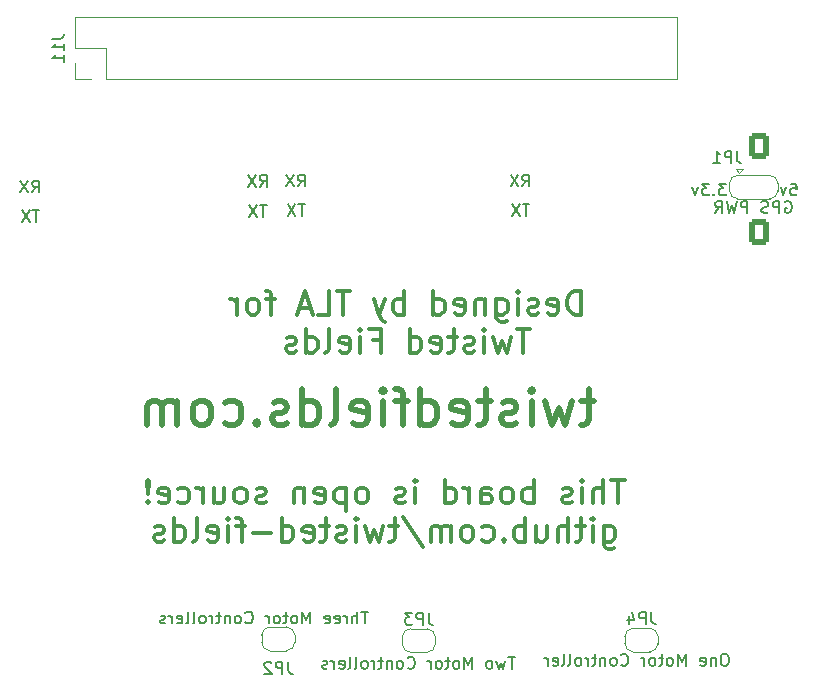
<source format=gbo>
%TF.GenerationSoftware,KiCad,Pcbnew,5.99.0-unknown-47cb7f53fd~143~ubuntu20.04.1*%
%TF.CreationDate,2021-11-23T21:15:48-08:00*%
%TF.ProjectId,acorn-serial,61636f72-6e2d-4736-9572-69616c2e6b69,rev?*%
%TF.SameCoordinates,Original*%
%TF.FileFunction,Legend,Bot*%
%TF.FilePolarity,Positive*%
%FSLAX46Y46*%
G04 Gerber Fmt 4.6, Leading zero omitted, Abs format (unit mm)*
G04 Created by KiCad (PCBNEW 5.99.0-unknown-47cb7f53fd~143~ubuntu20.04.1) date 2021-11-23 21:15:48*
%MOMM*%
%LPD*%
G01*
G04 APERTURE LIST*
G04 Aperture macros list*
%AMRoundRect*
0 Rectangle with rounded corners*
0 $1 Rounding radius*
0 $2 $3 $4 $5 $6 $7 $8 $9 X,Y pos of 4 corners*
0 Add a 4 corners polygon primitive as box body*
4,1,4,$2,$3,$4,$5,$6,$7,$8,$9,$2,$3,0*
0 Add four circle primitives for the rounded corners*
1,1,$1+$1,$2,$3*
1,1,$1+$1,$4,$5*
1,1,$1+$1,$6,$7*
1,1,$1+$1,$8,$9*
0 Add four rect primitives between the rounded corners*
20,1,$1+$1,$2,$3,$4,$5,0*
20,1,$1+$1,$4,$5,$6,$7,0*
20,1,$1+$1,$6,$7,$8,$9,0*
20,1,$1+$1,$8,$9,$2,$3,0*%
%AMFreePoly0*
4,1,22,0.500000,-0.750000,0.000000,-0.750000,0.000000,-0.745033,-0.079941,-0.743568,-0.215256,-0.701293,-0.333266,-0.622738,-0.424486,-0.514219,-0.481581,-0.384460,-0.499164,-0.250000,-0.500000,-0.250000,-0.500000,0.250000,-0.499164,0.250000,-0.499963,0.256109,-0.478152,0.396186,-0.417904,0.524511,-0.324060,0.630769,-0.204165,0.706417,-0.067858,0.745374,0.000000,0.744959,0.000000,0.750000,
0.500000,0.750000,0.500000,-0.750000,0.500000,-0.750000,$1*%
%AMFreePoly1*
4,1,20,0.000000,0.744959,0.073905,0.744508,0.209726,0.703889,0.328688,0.626782,0.421226,0.519385,0.479903,0.390333,0.500000,0.250000,0.500000,-0.250000,0.499851,-0.262216,0.476331,-0.402017,0.414519,-0.529596,0.319384,-0.634700,0.198574,-0.708877,0.061801,-0.746166,0.000000,-0.745033,0.000000,-0.750000,-0.500000,-0.750000,-0.500000,0.750000,0.000000,0.750000,0.000000,0.744959,
0.000000,0.744959,$1*%
%AMFreePoly2*
4,1,22,0.550000,-0.750000,0.000000,-0.750000,0.000000,-0.745033,-0.079941,-0.743568,-0.215256,-0.701293,-0.333266,-0.622738,-0.424486,-0.514219,-0.481581,-0.384460,-0.499164,-0.250000,-0.500000,-0.250000,-0.500000,0.250000,-0.499164,0.250000,-0.499963,0.256109,-0.478152,0.396186,-0.417904,0.524511,-0.324060,0.630769,-0.204165,0.706417,-0.067858,0.745374,0.000000,0.744959,0.000000,0.750000,
0.550000,0.750000,0.550000,-0.750000,0.550000,-0.750000,$1*%
%AMFreePoly3*
4,1,20,0.000000,0.744959,0.073905,0.744508,0.209726,0.703889,0.328688,0.626782,0.421226,0.519385,0.479903,0.390333,0.500000,0.250000,0.500000,-0.250000,0.499851,-0.262216,0.476331,-0.402017,0.414519,-0.529596,0.319384,-0.634700,0.198574,-0.708877,0.061801,-0.746166,0.000000,-0.745033,0.000000,-0.750000,-0.550000,-0.750000,-0.550000,0.750000,0.000000,0.750000,0.000000,0.744959,
0.000000,0.744959,$1*%
G04 Aperture macros list end*
%ADD10C,0.300000*%
%ADD11C,0.500000*%
%ADD12C,0.150000*%
%ADD13C,0.120000*%
%ADD14R,1.700000X1.700000*%
%ADD15O,1.700000X1.700000*%
%ADD16C,3.700000*%
%ADD17C,3.251200*%
%ADD18R,1.778000X1.778000*%
%ADD19C,1.778000*%
%ADD20C,1.400000*%
%ADD21C,2.200000*%
%ADD22RoundRect,0.250000X-0.620000X-0.845000X0.620000X-0.845000X0.620000X0.845000X-0.620000X0.845000X0*%
%ADD23O,1.740000X2.190000*%
%ADD24FreePoly0,180.000000*%
%ADD25FreePoly1,180.000000*%
%ADD26FreePoly2,0.000000*%
%ADD27R,1.000000X1.500000*%
%ADD28FreePoly3,0.000000*%
G04 APERTURE END LIST*
D10*
X161614285Y-86294761D02*
X161614285Y-84294761D01*
X161138095Y-84294761D01*
X160852380Y-84390000D01*
X160661904Y-84580476D01*
X160566666Y-84770952D01*
X160471428Y-85151904D01*
X160471428Y-85437619D01*
X160566666Y-85818571D01*
X160661904Y-86009047D01*
X160852380Y-86199523D01*
X161138095Y-86294761D01*
X161614285Y-86294761D01*
X158852380Y-86199523D02*
X159042857Y-86294761D01*
X159423809Y-86294761D01*
X159614285Y-86199523D01*
X159709523Y-86009047D01*
X159709523Y-85247142D01*
X159614285Y-85056666D01*
X159423809Y-84961428D01*
X159042857Y-84961428D01*
X158852380Y-85056666D01*
X158757142Y-85247142D01*
X158757142Y-85437619D01*
X159709523Y-85628095D01*
X157995238Y-86199523D02*
X157804761Y-86294761D01*
X157423809Y-86294761D01*
X157233333Y-86199523D01*
X157138095Y-86009047D01*
X157138095Y-85913809D01*
X157233333Y-85723333D01*
X157423809Y-85628095D01*
X157709523Y-85628095D01*
X157900000Y-85532857D01*
X157995238Y-85342380D01*
X157995238Y-85247142D01*
X157900000Y-85056666D01*
X157709523Y-84961428D01*
X157423809Y-84961428D01*
X157233333Y-85056666D01*
X156280952Y-86294761D02*
X156280952Y-84961428D01*
X156280952Y-84294761D02*
X156376190Y-84390000D01*
X156280952Y-84485238D01*
X156185714Y-84390000D01*
X156280952Y-84294761D01*
X156280952Y-84485238D01*
X154471428Y-84961428D02*
X154471428Y-86580476D01*
X154566666Y-86770952D01*
X154661904Y-86866190D01*
X154852380Y-86961428D01*
X155138095Y-86961428D01*
X155328571Y-86866190D01*
X154471428Y-86199523D02*
X154661904Y-86294761D01*
X155042857Y-86294761D01*
X155233333Y-86199523D01*
X155328571Y-86104285D01*
X155423809Y-85913809D01*
X155423809Y-85342380D01*
X155328571Y-85151904D01*
X155233333Y-85056666D01*
X155042857Y-84961428D01*
X154661904Y-84961428D01*
X154471428Y-85056666D01*
X153519047Y-84961428D02*
X153519047Y-86294761D01*
X153519047Y-85151904D02*
X153423809Y-85056666D01*
X153233333Y-84961428D01*
X152947619Y-84961428D01*
X152757142Y-85056666D01*
X152661904Y-85247142D01*
X152661904Y-86294761D01*
X150947619Y-86199523D02*
X151138095Y-86294761D01*
X151519047Y-86294761D01*
X151709523Y-86199523D01*
X151804761Y-86009047D01*
X151804761Y-85247142D01*
X151709523Y-85056666D01*
X151519047Y-84961428D01*
X151138095Y-84961428D01*
X150947619Y-85056666D01*
X150852380Y-85247142D01*
X150852380Y-85437619D01*
X151804761Y-85628095D01*
X149138095Y-86294761D02*
X149138095Y-84294761D01*
X149138095Y-86199523D02*
X149328571Y-86294761D01*
X149709523Y-86294761D01*
X149900000Y-86199523D01*
X149995238Y-86104285D01*
X150090476Y-85913809D01*
X150090476Y-85342380D01*
X149995238Y-85151904D01*
X149900000Y-85056666D01*
X149709523Y-84961428D01*
X149328571Y-84961428D01*
X149138095Y-85056666D01*
X146661904Y-86294761D02*
X146661904Y-84294761D01*
X146661904Y-85056666D02*
X146471428Y-84961428D01*
X146090476Y-84961428D01*
X145900000Y-85056666D01*
X145804761Y-85151904D01*
X145709523Y-85342380D01*
X145709523Y-85913809D01*
X145804761Y-86104285D01*
X145900000Y-86199523D01*
X146090476Y-86294761D01*
X146471428Y-86294761D01*
X146661904Y-86199523D01*
X145042857Y-84961428D02*
X144566666Y-86294761D01*
X144090476Y-84961428D02*
X144566666Y-86294761D01*
X144757142Y-86770952D01*
X144852380Y-86866190D01*
X145042857Y-86961428D01*
X142090476Y-84294761D02*
X140947619Y-84294761D01*
X141519047Y-86294761D02*
X141519047Y-84294761D01*
X139328571Y-86294761D02*
X140280952Y-86294761D01*
X140280952Y-84294761D01*
X138757142Y-85723333D02*
X137804761Y-85723333D01*
X138947619Y-86294761D02*
X138280952Y-84294761D01*
X137614285Y-86294761D01*
X135709523Y-84961428D02*
X134947619Y-84961428D01*
X135423809Y-86294761D02*
X135423809Y-84580476D01*
X135328571Y-84390000D01*
X135138095Y-84294761D01*
X134947619Y-84294761D01*
X133995238Y-86294761D02*
X134185714Y-86199523D01*
X134280952Y-86104285D01*
X134376190Y-85913809D01*
X134376190Y-85342380D01*
X134280952Y-85151904D01*
X134185714Y-85056666D01*
X133995238Y-84961428D01*
X133709523Y-84961428D01*
X133519047Y-85056666D01*
X133423809Y-85151904D01*
X133328571Y-85342380D01*
X133328571Y-85913809D01*
X133423809Y-86104285D01*
X133519047Y-86199523D01*
X133709523Y-86294761D01*
X133995238Y-86294761D01*
X132471428Y-86294761D02*
X132471428Y-84961428D01*
X132471428Y-85342380D02*
X132376190Y-85151904D01*
X132280952Y-85056666D01*
X132090476Y-84961428D01*
X131900000Y-84961428D01*
X157328571Y-87514761D02*
X156185714Y-87514761D01*
X156757142Y-89514761D02*
X156757142Y-87514761D01*
X155709523Y-88181428D02*
X155328571Y-89514761D01*
X154947619Y-88562380D01*
X154566666Y-89514761D01*
X154185714Y-88181428D01*
X153423809Y-89514761D02*
X153423809Y-88181428D01*
X153423809Y-87514761D02*
X153519047Y-87610000D01*
X153423809Y-87705238D01*
X153328571Y-87610000D01*
X153423809Y-87514761D01*
X153423809Y-87705238D01*
X152566666Y-89419523D02*
X152376190Y-89514761D01*
X151995238Y-89514761D01*
X151804761Y-89419523D01*
X151709523Y-89229047D01*
X151709523Y-89133809D01*
X151804761Y-88943333D01*
X151995238Y-88848095D01*
X152280952Y-88848095D01*
X152471428Y-88752857D01*
X152566666Y-88562380D01*
X152566666Y-88467142D01*
X152471428Y-88276666D01*
X152280952Y-88181428D01*
X151995238Y-88181428D01*
X151804761Y-88276666D01*
X151138095Y-88181428D02*
X150376190Y-88181428D01*
X150852380Y-87514761D02*
X150852380Y-89229047D01*
X150757142Y-89419523D01*
X150566666Y-89514761D01*
X150376190Y-89514761D01*
X148947619Y-89419523D02*
X149138095Y-89514761D01*
X149519047Y-89514761D01*
X149709523Y-89419523D01*
X149804761Y-89229047D01*
X149804761Y-88467142D01*
X149709523Y-88276666D01*
X149519047Y-88181428D01*
X149138095Y-88181428D01*
X148947619Y-88276666D01*
X148852380Y-88467142D01*
X148852380Y-88657619D01*
X149804761Y-88848095D01*
X147138095Y-89514761D02*
X147138095Y-87514761D01*
X147138095Y-89419523D02*
X147328571Y-89514761D01*
X147709523Y-89514761D01*
X147900000Y-89419523D01*
X147995238Y-89324285D01*
X148090476Y-89133809D01*
X148090476Y-88562380D01*
X147995238Y-88371904D01*
X147900000Y-88276666D01*
X147709523Y-88181428D01*
X147328571Y-88181428D01*
X147138095Y-88276666D01*
X143995238Y-88467142D02*
X144661904Y-88467142D01*
X144661904Y-89514761D02*
X144661904Y-87514761D01*
X143709523Y-87514761D01*
X142947619Y-89514761D02*
X142947619Y-88181428D01*
X142947619Y-87514761D02*
X143042857Y-87610000D01*
X142947619Y-87705238D01*
X142852380Y-87610000D01*
X142947619Y-87514761D01*
X142947619Y-87705238D01*
X141233333Y-89419523D02*
X141423809Y-89514761D01*
X141804761Y-89514761D01*
X141995238Y-89419523D01*
X142090476Y-89229047D01*
X142090476Y-88467142D01*
X141995238Y-88276666D01*
X141804761Y-88181428D01*
X141423809Y-88181428D01*
X141233333Y-88276666D01*
X141138095Y-88467142D01*
X141138095Y-88657619D01*
X142090476Y-88848095D01*
X139995238Y-89514761D02*
X140185714Y-89419523D01*
X140280952Y-89229047D01*
X140280952Y-87514761D01*
X138376190Y-89514761D02*
X138376190Y-87514761D01*
X138376190Y-89419523D02*
X138566666Y-89514761D01*
X138947619Y-89514761D01*
X139138095Y-89419523D01*
X139233333Y-89324285D01*
X139328571Y-89133809D01*
X139328571Y-88562380D01*
X139233333Y-88371904D01*
X139138095Y-88276666D01*
X138947619Y-88181428D01*
X138566666Y-88181428D01*
X138376190Y-88276666D01*
X137519047Y-89419523D02*
X137328571Y-89514761D01*
X136947619Y-89514761D01*
X136757142Y-89419523D01*
X136661904Y-89229047D01*
X136661904Y-89133809D01*
X136757142Y-88943333D01*
X136947619Y-88848095D01*
X137233333Y-88848095D01*
X137423809Y-88752857D01*
X137519047Y-88562380D01*
X137519047Y-88467142D01*
X137423809Y-88276666D01*
X137233333Y-88181428D01*
X136947619Y-88181428D01*
X136757142Y-88276666D01*
D11*
X162742857Y-93607142D02*
X161600000Y-93607142D01*
X162314285Y-92607142D02*
X162314285Y-95178571D01*
X162171428Y-95464285D01*
X161885714Y-95607142D01*
X161600000Y-95607142D01*
X160885714Y-93607142D02*
X160314285Y-95607142D01*
X159742857Y-94178571D01*
X159171428Y-95607142D01*
X158600000Y-93607142D01*
X157457142Y-95607142D02*
X157457142Y-93607142D01*
X157457142Y-92607142D02*
X157600000Y-92750000D01*
X157457142Y-92892857D01*
X157314285Y-92750000D01*
X157457142Y-92607142D01*
X157457142Y-92892857D01*
X156171428Y-95464285D02*
X155885714Y-95607142D01*
X155314285Y-95607142D01*
X155028571Y-95464285D01*
X154885714Y-95178571D01*
X154885714Y-95035714D01*
X155028571Y-94750000D01*
X155314285Y-94607142D01*
X155742857Y-94607142D01*
X156028571Y-94464285D01*
X156171428Y-94178571D01*
X156171428Y-94035714D01*
X156028571Y-93750000D01*
X155742857Y-93607142D01*
X155314285Y-93607142D01*
X155028571Y-93750000D01*
X154028571Y-93607142D02*
X152885714Y-93607142D01*
X153600000Y-92607142D02*
X153600000Y-95178571D01*
X153457142Y-95464285D01*
X153171428Y-95607142D01*
X152885714Y-95607142D01*
X150742857Y-95464285D02*
X151028571Y-95607142D01*
X151600000Y-95607142D01*
X151885714Y-95464285D01*
X152028571Y-95178571D01*
X152028571Y-94035714D01*
X151885714Y-93750000D01*
X151600000Y-93607142D01*
X151028571Y-93607142D01*
X150742857Y-93750000D01*
X150600000Y-94035714D01*
X150600000Y-94321428D01*
X152028571Y-94607142D01*
X148028571Y-95607142D02*
X148028571Y-92607142D01*
X148028571Y-95464285D02*
X148314285Y-95607142D01*
X148885714Y-95607142D01*
X149171428Y-95464285D01*
X149314285Y-95321428D01*
X149457142Y-95035714D01*
X149457142Y-94178571D01*
X149314285Y-93892857D01*
X149171428Y-93750000D01*
X148885714Y-93607142D01*
X148314285Y-93607142D01*
X148028571Y-93750000D01*
X147028571Y-93607142D02*
X145885714Y-93607142D01*
X146600000Y-95607142D02*
X146600000Y-93035714D01*
X146457142Y-92750000D01*
X146171428Y-92607142D01*
X145885714Y-92607142D01*
X144885714Y-95607142D02*
X144885714Y-93607142D01*
X144885714Y-92607142D02*
X145028571Y-92750000D01*
X144885714Y-92892857D01*
X144742857Y-92750000D01*
X144885714Y-92607142D01*
X144885714Y-92892857D01*
X142314285Y-95464285D02*
X142600000Y-95607142D01*
X143171428Y-95607142D01*
X143457142Y-95464285D01*
X143600000Y-95178571D01*
X143600000Y-94035714D01*
X143457142Y-93750000D01*
X143171428Y-93607142D01*
X142600000Y-93607142D01*
X142314285Y-93750000D01*
X142171428Y-94035714D01*
X142171428Y-94321428D01*
X143600000Y-94607142D01*
X140457142Y-95607142D02*
X140742857Y-95464285D01*
X140885714Y-95178571D01*
X140885714Y-92607142D01*
X138028571Y-95607142D02*
X138028571Y-92607142D01*
X138028571Y-95464285D02*
X138314285Y-95607142D01*
X138885714Y-95607142D01*
X139171428Y-95464285D01*
X139314285Y-95321428D01*
X139457142Y-95035714D01*
X139457142Y-94178571D01*
X139314285Y-93892857D01*
X139171428Y-93750000D01*
X138885714Y-93607142D01*
X138314285Y-93607142D01*
X138028571Y-93750000D01*
X136742857Y-95464285D02*
X136457142Y-95607142D01*
X135885714Y-95607142D01*
X135600000Y-95464285D01*
X135457142Y-95178571D01*
X135457142Y-95035714D01*
X135600000Y-94750000D01*
X135885714Y-94607142D01*
X136314285Y-94607142D01*
X136600000Y-94464285D01*
X136742857Y-94178571D01*
X136742857Y-94035714D01*
X136600000Y-93750000D01*
X136314285Y-93607142D01*
X135885714Y-93607142D01*
X135600000Y-93750000D01*
X134171428Y-95321428D02*
X134028571Y-95464285D01*
X134171428Y-95607142D01*
X134314285Y-95464285D01*
X134171428Y-95321428D01*
X134171428Y-95607142D01*
X131457142Y-95464285D02*
X131742857Y-95607142D01*
X132314285Y-95607142D01*
X132600000Y-95464285D01*
X132742857Y-95321428D01*
X132885714Y-95035714D01*
X132885714Y-94178571D01*
X132742857Y-93892857D01*
X132600000Y-93750000D01*
X132314285Y-93607142D01*
X131742857Y-93607142D01*
X131457142Y-93750000D01*
X129742857Y-95607142D02*
X130028571Y-95464285D01*
X130171428Y-95321428D01*
X130314285Y-95035714D01*
X130314285Y-94178571D01*
X130171428Y-93892857D01*
X130028571Y-93750000D01*
X129742857Y-93607142D01*
X129314285Y-93607142D01*
X129028571Y-93750000D01*
X128885714Y-93892857D01*
X128742857Y-94178571D01*
X128742857Y-95035714D01*
X128885714Y-95321428D01*
X129028571Y-95464285D01*
X129314285Y-95607142D01*
X129742857Y-95607142D01*
X127457142Y-95607142D02*
X127457142Y-93607142D01*
X127457142Y-93892857D02*
X127314285Y-93750000D01*
X127028571Y-93607142D01*
X126600000Y-93607142D01*
X126314285Y-93750000D01*
X126171428Y-94035714D01*
X126171428Y-95607142D01*
X126171428Y-94035714D02*
X126028571Y-93750000D01*
X125742857Y-93607142D01*
X125314285Y-93607142D01*
X125028571Y-93750000D01*
X124885714Y-94035714D01*
X124885714Y-95607142D01*
D12*
X143607142Y-111452380D02*
X143035714Y-111452380D01*
X143321428Y-112452380D02*
X143321428Y-111452380D01*
X142702380Y-112452380D02*
X142702380Y-111452380D01*
X142273809Y-112452380D02*
X142273809Y-111928571D01*
X142321428Y-111833333D01*
X142416666Y-111785714D01*
X142559523Y-111785714D01*
X142654761Y-111833333D01*
X142702380Y-111880952D01*
X141797619Y-112452380D02*
X141797619Y-111785714D01*
X141797619Y-111976190D02*
X141750000Y-111880952D01*
X141702380Y-111833333D01*
X141607142Y-111785714D01*
X141511904Y-111785714D01*
X140797619Y-112404761D02*
X140892857Y-112452380D01*
X141083333Y-112452380D01*
X141178571Y-112404761D01*
X141226190Y-112309523D01*
X141226190Y-111928571D01*
X141178571Y-111833333D01*
X141083333Y-111785714D01*
X140892857Y-111785714D01*
X140797619Y-111833333D01*
X140750000Y-111928571D01*
X140750000Y-112023809D01*
X141226190Y-112119047D01*
X139940476Y-112404761D02*
X140035714Y-112452380D01*
X140226190Y-112452380D01*
X140321428Y-112404761D01*
X140369047Y-112309523D01*
X140369047Y-111928571D01*
X140321428Y-111833333D01*
X140226190Y-111785714D01*
X140035714Y-111785714D01*
X139940476Y-111833333D01*
X139892857Y-111928571D01*
X139892857Y-112023809D01*
X140369047Y-112119047D01*
X138702380Y-112452380D02*
X138702380Y-111452380D01*
X138369047Y-112166666D01*
X138035714Y-111452380D01*
X138035714Y-112452380D01*
X137416666Y-112452380D02*
X137511904Y-112404761D01*
X137559523Y-112357142D01*
X137607142Y-112261904D01*
X137607142Y-111976190D01*
X137559523Y-111880952D01*
X137511904Y-111833333D01*
X137416666Y-111785714D01*
X137273809Y-111785714D01*
X137178571Y-111833333D01*
X137130952Y-111880952D01*
X137083333Y-111976190D01*
X137083333Y-112261904D01*
X137130952Y-112357142D01*
X137178571Y-112404761D01*
X137273809Y-112452380D01*
X137416666Y-112452380D01*
X136797619Y-111785714D02*
X136416666Y-111785714D01*
X136654761Y-111452380D02*
X136654761Y-112309523D01*
X136607142Y-112404761D01*
X136511904Y-112452380D01*
X136416666Y-112452380D01*
X135940476Y-112452380D02*
X136035714Y-112404761D01*
X136083333Y-112357142D01*
X136130952Y-112261904D01*
X136130952Y-111976190D01*
X136083333Y-111880952D01*
X136035714Y-111833333D01*
X135940476Y-111785714D01*
X135797619Y-111785714D01*
X135702380Y-111833333D01*
X135654761Y-111880952D01*
X135607142Y-111976190D01*
X135607142Y-112261904D01*
X135654761Y-112357142D01*
X135702380Y-112404761D01*
X135797619Y-112452380D01*
X135940476Y-112452380D01*
X135178571Y-112452380D02*
X135178571Y-111785714D01*
X135178571Y-111976190D02*
X135130952Y-111880952D01*
X135083333Y-111833333D01*
X134988095Y-111785714D01*
X134892857Y-111785714D01*
X133226190Y-112357142D02*
X133273809Y-112404761D01*
X133416666Y-112452380D01*
X133511904Y-112452380D01*
X133654761Y-112404761D01*
X133750000Y-112309523D01*
X133797619Y-112214285D01*
X133845238Y-112023809D01*
X133845238Y-111880952D01*
X133797619Y-111690476D01*
X133750000Y-111595238D01*
X133654761Y-111500000D01*
X133511904Y-111452380D01*
X133416666Y-111452380D01*
X133273809Y-111500000D01*
X133226190Y-111547619D01*
X132654761Y-112452380D02*
X132750000Y-112404761D01*
X132797619Y-112357142D01*
X132845238Y-112261904D01*
X132845238Y-111976190D01*
X132797619Y-111880952D01*
X132750000Y-111833333D01*
X132654761Y-111785714D01*
X132511904Y-111785714D01*
X132416666Y-111833333D01*
X132369047Y-111880952D01*
X132321428Y-111976190D01*
X132321428Y-112261904D01*
X132369047Y-112357142D01*
X132416666Y-112404761D01*
X132511904Y-112452380D01*
X132654761Y-112452380D01*
X131892857Y-111785714D02*
X131892857Y-112452380D01*
X131892857Y-111880952D02*
X131845238Y-111833333D01*
X131750000Y-111785714D01*
X131607142Y-111785714D01*
X131511904Y-111833333D01*
X131464285Y-111928571D01*
X131464285Y-112452380D01*
X131130952Y-111785714D02*
X130750000Y-111785714D01*
X130988095Y-111452380D02*
X130988095Y-112309523D01*
X130940476Y-112404761D01*
X130845238Y-112452380D01*
X130750000Y-112452380D01*
X130416666Y-112452380D02*
X130416666Y-111785714D01*
X130416666Y-111976190D02*
X130369047Y-111880952D01*
X130321428Y-111833333D01*
X130226190Y-111785714D01*
X130130952Y-111785714D01*
X129654761Y-112452380D02*
X129750000Y-112404761D01*
X129797619Y-112357142D01*
X129845238Y-112261904D01*
X129845238Y-111976190D01*
X129797619Y-111880952D01*
X129750000Y-111833333D01*
X129654761Y-111785714D01*
X129511904Y-111785714D01*
X129416666Y-111833333D01*
X129369047Y-111880952D01*
X129321428Y-111976190D01*
X129321428Y-112261904D01*
X129369047Y-112357142D01*
X129416666Y-112404761D01*
X129511904Y-112452380D01*
X129654761Y-112452380D01*
X128750000Y-112452380D02*
X128845238Y-112404761D01*
X128892857Y-112309523D01*
X128892857Y-111452380D01*
X128226190Y-112452380D02*
X128321428Y-112404761D01*
X128369047Y-112309523D01*
X128369047Y-111452380D01*
X127464285Y-112404761D02*
X127559523Y-112452380D01*
X127750000Y-112452380D01*
X127845238Y-112404761D01*
X127892857Y-112309523D01*
X127892857Y-111928571D01*
X127845238Y-111833333D01*
X127750000Y-111785714D01*
X127559523Y-111785714D01*
X127464285Y-111833333D01*
X127416666Y-111928571D01*
X127416666Y-112023809D01*
X127892857Y-112119047D01*
X126988095Y-112452380D02*
X126988095Y-111785714D01*
X126988095Y-111976190D02*
X126940476Y-111880952D01*
X126892857Y-111833333D01*
X126797619Y-111785714D01*
X126702380Y-111785714D01*
X126416666Y-112404761D02*
X126321428Y-112452380D01*
X126130952Y-112452380D01*
X126035714Y-112404761D01*
X125988095Y-112309523D01*
X125988095Y-112261904D01*
X126035714Y-112166666D01*
X126130952Y-112119047D01*
X126273809Y-112119047D01*
X126369047Y-112071428D01*
X126416666Y-111976190D01*
X126416666Y-111928571D01*
X126369047Y-111833333D01*
X126273809Y-111785714D01*
X126130952Y-111785714D01*
X126035714Y-111833333D01*
X178916666Y-76750000D02*
X179011904Y-76702380D01*
X179154761Y-76702380D01*
X179297619Y-76750000D01*
X179392857Y-76845238D01*
X179440476Y-76940476D01*
X179488095Y-77130952D01*
X179488095Y-77273809D01*
X179440476Y-77464285D01*
X179392857Y-77559523D01*
X179297619Y-77654761D01*
X179154761Y-77702380D01*
X179059523Y-77702380D01*
X178916666Y-77654761D01*
X178869047Y-77607142D01*
X178869047Y-77273809D01*
X179059523Y-77273809D01*
X178440476Y-77702380D02*
X178440476Y-76702380D01*
X178059523Y-76702380D01*
X177964285Y-76750000D01*
X177916666Y-76797619D01*
X177869047Y-76892857D01*
X177869047Y-77035714D01*
X177916666Y-77130952D01*
X177964285Y-77178571D01*
X178059523Y-77226190D01*
X178440476Y-77226190D01*
X177488095Y-77654761D02*
X177345238Y-77702380D01*
X177107142Y-77702380D01*
X177011904Y-77654761D01*
X176964285Y-77607142D01*
X176916666Y-77511904D01*
X176916666Y-77416666D01*
X176964285Y-77321428D01*
X177011904Y-77273809D01*
X177107142Y-77226190D01*
X177297619Y-77178571D01*
X177392857Y-77130952D01*
X177440476Y-77083333D01*
X177488095Y-76988095D01*
X177488095Y-76892857D01*
X177440476Y-76797619D01*
X177392857Y-76750000D01*
X177297619Y-76702380D01*
X177059523Y-76702380D01*
X176916666Y-76750000D01*
X175726190Y-77702380D02*
X175726190Y-76702380D01*
X175345238Y-76702380D01*
X175250000Y-76750000D01*
X175202380Y-76797619D01*
X175154761Y-76892857D01*
X175154761Y-77035714D01*
X175202380Y-77130952D01*
X175250000Y-77178571D01*
X175345238Y-77226190D01*
X175726190Y-77226190D01*
X174821428Y-76702380D02*
X174583333Y-77702380D01*
X174392857Y-76988095D01*
X174202380Y-77702380D01*
X173964285Y-76702380D01*
X173011904Y-77702380D02*
X173345238Y-77226190D01*
X173583333Y-77702380D02*
X173583333Y-76702380D01*
X173202380Y-76702380D01*
X173107142Y-76750000D01*
X173059523Y-76797619D01*
X173011904Y-76892857D01*
X173011904Y-77035714D01*
X173059523Y-77130952D01*
X173107142Y-77178571D01*
X173202380Y-77226190D01*
X173583333Y-77226190D01*
X156042285Y-115276380D02*
X155470857Y-115276380D01*
X155756571Y-116276380D02*
X155756571Y-115276380D01*
X155232761Y-115609714D02*
X155042285Y-116276380D01*
X154851809Y-115800190D01*
X154661333Y-116276380D01*
X154470857Y-115609714D01*
X153947047Y-116276380D02*
X154042285Y-116228761D01*
X154089904Y-116181142D01*
X154137523Y-116085904D01*
X154137523Y-115800190D01*
X154089904Y-115704952D01*
X154042285Y-115657333D01*
X153947047Y-115609714D01*
X153804190Y-115609714D01*
X153708952Y-115657333D01*
X153661333Y-115704952D01*
X153613714Y-115800190D01*
X153613714Y-116085904D01*
X153661333Y-116181142D01*
X153708952Y-116228761D01*
X153804190Y-116276380D01*
X153947047Y-116276380D01*
X152423238Y-116276380D02*
X152423238Y-115276380D01*
X152089904Y-115990666D01*
X151756571Y-115276380D01*
X151756571Y-116276380D01*
X151137523Y-116276380D02*
X151232761Y-116228761D01*
X151280380Y-116181142D01*
X151328000Y-116085904D01*
X151328000Y-115800190D01*
X151280380Y-115704952D01*
X151232761Y-115657333D01*
X151137523Y-115609714D01*
X150994666Y-115609714D01*
X150899428Y-115657333D01*
X150851809Y-115704952D01*
X150804190Y-115800190D01*
X150804190Y-116085904D01*
X150851809Y-116181142D01*
X150899428Y-116228761D01*
X150994666Y-116276380D01*
X151137523Y-116276380D01*
X150518476Y-115609714D02*
X150137523Y-115609714D01*
X150375619Y-115276380D02*
X150375619Y-116133523D01*
X150328000Y-116228761D01*
X150232761Y-116276380D01*
X150137523Y-116276380D01*
X149661333Y-116276380D02*
X149756571Y-116228761D01*
X149804190Y-116181142D01*
X149851809Y-116085904D01*
X149851809Y-115800190D01*
X149804190Y-115704952D01*
X149756571Y-115657333D01*
X149661333Y-115609714D01*
X149518476Y-115609714D01*
X149423238Y-115657333D01*
X149375619Y-115704952D01*
X149328000Y-115800190D01*
X149328000Y-116085904D01*
X149375619Y-116181142D01*
X149423238Y-116228761D01*
X149518476Y-116276380D01*
X149661333Y-116276380D01*
X148899428Y-116276380D02*
X148899428Y-115609714D01*
X148899428Y-115800190D02*
X148851809Y-115704952D01*
X148804190Y-115657333D01*
X148708952Y-115609714D01*
X148613714Y-115609714D01*
X146947047Y-116181142D02*
X146994666Y-116228761D01*
X147137523Y-116276380D01*
X147232761Y-116276380D01*
X147375619Y-116228761D01*
X147470857Y-116133523D01*
X147518476Y-116038285D01*
X147566095Y-115847809D01*
X147566095Y-115704952D01*
X147518476Y-115514476D01*
X147470857Y-115419238D01*
X147375619Y-115324000D01*
X147232761Y-115276380D01*
X147137523Y-115276380D01*
X146994666Y-115324000D01*
X146947047Y-115371619D01*
X146375619Y-116276380D02*
X146470857Y-116228761D01*
X146518476Y-116181142D01*
X146566095Y-116085904D01*
X146566095Y-115800190D01*
X146518476Y-115704952D01*
X146470857Y-115657333D01*
X146375619Y-115609714D01*
X146232761Y-115609714D01*
X146137523Y-115657333D01*
X146089904Y-115704952D01*
X146042285Y-115800190D01*
X146042285Y-116085904D01*
X146089904Y-116181142D01*
X146137523Y-116228761D01*
X146232761Y-116276380D01*
X146375619Y-116276380D01*
X145613714Y-115609714D02*
X145613714Y-116276380D01*
X145613714Y-115704952D02*
X145566095Y-115657333D01*
X145470857Y-115609714D01*
X145328000Y-115609714D01*
X145232761Y-115657333D01*
X145185142Y-115752571D01*
X145185142Y-116276380D01*
X144851809Y-115609714D02*
X144470857Y-115609714D01*
X144708952Y-115276380D02*
X144708952Y-116133523D01*
X144661333Y-116228761D01*
X144566095Y-116276380D01*
X144470857Y-116276380D01*
X144137523Y-116276380D02*
X144137523Y-115609714D01*
X144137523Y-115800190D02*
X144089904Y-115704952D01*
X144042285Y-115657333D01*
X143947047Y-115609714D01*
X143851809Y-115609714D01*
X143375619Y-116276380D02*
X143470857Y-116228761D01*
X143518476Y-116181142D01*
X143566095Y-116085904D01*
X143566095Y-115800190D01*
X143518476Y-115704952D01*
X143470857Y-115657333D01*
X143375619Y-115609714D01*
X143232761Y-115609714D01*
X143137523Y-115657333D01*
X143089904Y-115704952D01*
X143042285Y-115800190D01*
X143042285Y-116085904D01*
X143089904Y-116181142D01*
X143137523Y-116228761D01*
X143232761Y-116276380D01*
X143375619Y-116276380D01*
X142470857Y-116276380D02*
X142566095Y-116228761D01*
X142613714Y-116133523D01*
X142613714Y-115276380D01*
X141947047Y-116276380D02*
X142042285Y-116228761D01*
X142089904Y-116133523D01*
X142089904Y-115276380D01*
X141185142Y-116228761D02*
X141280380Y-116276380D01*
X141470857Y-116276380D01*
X141566095Y-116228761D01*
X141613714Y-116133523D01*
X141613714Y-115752571D01*
X141566095Y-115657333D01*
X141470857Y-115609714D01*
X141280380Y-115609714D01*
X141185142Y-115657333D01*
X141137523Y-115752571D01*
X141137523Y-115847809D01*
X141613714Y-115943047D01*
X140708952Y-116276380D02*
X140708952Y-115609714D01*
X140708952Y-115800190D02*
X140661333Y-115704952D01*
X140613714Y-115657333D01*
X140518476Y-115609714D01*
X140423238Y-115609714D01*
X140137523Y-116228761D02*
X140042285Y-116276380D01*
X139851809Y-116276380D01*
X139756571Y-116228761D01*
X139708952Y-116133523D01*
X139708952Y-116085904D01*
X139756571Y-115990666D01*
X139851809Y-115943047D01*
X139994666Y-115943047D01*
X140089904Y-115895428D01*
X140137523Y-115800190D01*
X140137523Y-115752571D01*
X140089904Y-115657333D01*
X139994666Y-115609714D01*
X139851809Y-115609714D01*
X139756571Y-115657333D01*
X134438666Y-75470380D02*
X134772000Y-74994190D01*
X135010095Y-75470380D02*
X135010095Y-74470380D01*
X134629142Y-74470380D01*
X134533904Y-74518000D01*
X134486285Y-74565619D01*
X134438666Y-74660857D01*
X134438666Y-74803714D01*
X134486285Y-74898952D01*
X134533904Y-74946571D01*
X134629142Y-74994190D01*
X135010095Y-74994190D01*
X134105333Y-74470380D02*
X133438666Y-75470380D01*
X133438666Y-74470380D02*
X134105333Y-75470380D01*
X115166666Y-75952380D02*
X115500000Y-75476190D01*
X115738095Y-75952380D02*
X115738095Y-74952380D01*
X115357142Y-74952380D01*
X115261904Y-75000000D01*
X115214285Y-75047619D01*
X115166666Y-75142857D01*
X115166666Y-75285714D01*
X115214285Y-75380952D01*
X115261904Y-75428571D01*
X115357142Y-75476190D01*
X115738095Y-75476190D01*
X114833333Y-74952380D02*
X114166666Y-75952380D01*
X114166666Y-74952380D02*
X114833333Y-75952380D01*
X173893809Y-115022380D02*
X173703333Y-115022380D01*
X173608095Y-115070000D01*
X173512857Y-115165238D01*
X173465238Y-115355714D01*
X173465238Y-115689047D01*
X173512857Y-115879523D01*
X173608095Y-115974761D01*
X173703333Y-116022380D01*
X173893809Y-116022380D01*
X173989047Y-115974761D01*
X174084285Y-115879523D01*
X174131904Y-115689047D01*
X174131904Y-115355714D01*
X174084285Y-115165238D01*
X173989047Y-115070000D01*
X173893809Y-115022380D01*
X173036666Y-115355714D02*
X173036666Y-116022380D01*
X173036666Y-115450952D02*
X172989047Y-115403333D01*
X172893809Y-115355714D01*
X172750952Y-115355714D01*
X172655714Y-115403333D01*
X172608095Y-115498571D01*
X172608095Y-116022380D01*
X171750952Y-115974761D02*
X171846190Y-116022380D01*
X172036666Y-116022380D01*
X172131904Y-115974761D01*
X172179523Y-115879523D01*
X172179523Y-115498571D01*
X172131904Y-115403333D01*
X172036666Y-115355714D01*
X171846190Y-115355714D01*
X171750952Y-115403333D01*
X171703333Y-115498571D01*
X171703333Y-115593809D01*
X172179523Y-115689047D01*
X170512857Y-116022380D02*
X170512857Y-115022380D01*
X170179523Y-115736666D01*
X169846190Y-115022380D01*
X169846190Y-116022380D01*
X169227142Y-116022380D02*
X169322380Y-115974761D01*
X169370000Y-115927142D01*
X169417619Y-115831904D01*
X169417619Y-115546190D01*
X169370000Y-115450952D01*
X169322380Y-115403333D01*
X169227142Y-115355714D01*
X169084285Y-115355714D01*
X168989047Y-115403333D01*
X168941428Y-115450952D01*
X168893809Y-115546190D01*
X168893809Y-115831904D01*
X168941428Y-115927142D01*
X168989047Y-115974761D01*
X169084285Y-116022380D01*
X169227142Y-116022380D01*
X168608095Y-115355714D02*
X168227142Y-115355714D01*
X168465238Y-115022380D02*
X168465238Y-115879523D01*
X168417619Y-115974761D01*
X168322380Y-116022380D01*
X168227142Y-116022380D01*
X167750952Y-116022380D02*
X167846190Y-115974761D01*
X167893809Y-115927142D01*
X167941428Y-115831904D01*
X167941428Y-115546190D01*
X167893809Y-115450952D01*
X167846190Y-115403333D01*
X167750952Y-115355714D01*
X167608095Y-115355714D01*
X167512857Y-115403333D01*
X167465238Y-115450952D01*
X167417619Y-115546190D01*
X167417619Y-115831904D01*
X167465238Y-115927142D01*
X167512857Y-115974761D01*
X167608095Y-116022380D01*
X167750952Y-116022380D01*
X166989047Y-116022380D02*
X166989047Y-115355714D01*
X166989047Y-115546190D02*
X166941428Y-115450952D01*
X166893809Y-115403333D01*
X166798571Y-115355714D01*
X166703333Y-115355714D01*
X165036666Y-115927142D02*
X165084285Y-115974761D01*
X165227142Y-116022380D01*
X165322380Y-116022380D01*
X165465238Y-115974761D01*
X165560476Y-115879523D01*
X165608095Y-115784285D01*
X165655714Y-115593809D01*
X165655714Y-115450952D01*
X165608095Y-115260476D01*
X165560476Y-115165238D01*
X165465238Y-115070000D01*
X165322380Y-115022380D01*
X165227142Y-115022380D01*
X165084285Y-115070000D01*
X165036666Y-115117619D01*
X164465238Y-116022380D02*
X164560476Y-115974761D01*
X164608095Y-115927142D01*
X164655714Y-115831904D01*
X164655714Y-115546190D01*
X164608095Y-115450952D01*
X164560476Y-115403333D01*
X164465238Y-115355714D01*
X164322380Y-115355714D01*
X164227142Y-115403333D01*
X164179523Y-115450952D01*
X164131904Y-115546190D01*
X164131904Y-115831904D01*
X164179523Y-115927142D01*
X164227142Y-115974761D01*
X164322380Y-116022380D01*
X164465238Y-116022380D01*
X163703333Y-115355714D02*
X163703333Y-116022380D01*
X163703333Y-115450952D02*
X163655714Y-115403333D01*
X163560476Y-115355714D01*
X163417619Y-115355714D01*
X163322380Y-115403333D01*
X163274761Y-115498571D01*
X163274761Y-116022380D01*
X162941428Y-115355714D02*
X162560476Y-115355714D01*
X162798571Y-115022380D02*
X162798571Y-115879523D01*
X162750952Y-115974761D01*
X162655714Y-116022380D01*
X162560476Y-116022380D01*
X162227142Y-116022380D02*
X162227142Y-115355714D01*
X162227142Y-115546190D02*
X162179523Y-115450952D01*
X162131904Y-115403333D01*
X162036666Y-115355714D01*
X161941428Y-115355714D01*
X161465238Y-116022380D02*
X161560476Y-115974761D01*
X161608095Y-115927142D01*
X161655714Y-115831904D01*
X161655714Y-115546190D01*
X161608095Y-115450952D01*
X161560476Y-115403333D01*
X161465238Y-115355714D01*
X161322380Y-115355714D01*
X161227142Y-115403333D01*
X161179523Y-115450952D01*
X161131904Y-115546190D01*
X161131904Y-115831904D01*
X161179523Y-115927142D01*
X161227142Y-115974761D01*
X161322380Y-116022380D01*
X161465238Y-116022380D01*
X160560476Y-116022380D02*
X160655714Y-115974761D01*
X160703333Y-115879523D01*
X160703333Y-115022380D01*
X160036666Y-116022380D02*
X160131904Y-115974761D01*
X160179523Y-115879523D01*
X160179523Y-115022380D01*
X159274761Y-115974761D02*
X159370000Y-116022380D01*
X159560476Y-116022380D01*
X159655714Y-115974761D01*
X159703333Y-115879523D01*
X159703333Y-115498571D01*
X159655714Y-115403333D01*
X159560476Y-115355714D01*
X159370000Y-115355714D01*
X159274761Y-115403333D01*
X159227142Y-115498571D01*
X159227142Y-115593809D01*
X159703333Y-115689047D01*
X158798571Y-116022380D02*
X158798571Y-115355714D01*
X158798571Y-115546190D02*
X158750952Y-115450952D01*
X158703333Y-115403333D01*
X158608095Y-115355714D01*
X158512857Y-115355714D01*
X137666666Y-75452380D02*
X138000000Y-74976190D01*
X138238095Y-75452380D02*
X138238095Y-74452380D01*
X137857142Y-74452380D01*
X137761904Y-74500000D01*
X137714285Y-74547619D01*
X137666666Y-74642857D01*
X137666666Y-74785714D01*
X137714285Y-74880952D01*
X137761904Y-74928571D01*
X137857142Y-74976190D01*
X138238095Y-74976190D01*
X137333333Y-74452380D02*
X136666666Y-75452380D01*
X136666666Y-74452380D02*
X137333333Y-75452380D01*
X135033904Y-77010380D02*
X134462476Y-77010380D01*
X134748190Y-78010380D02*
X134748190Y-77010380D01*
X134224380Y-77010380D02*
X133557714Y-78010380D01*
X133557714Y-77010380D02*
X134224380Y-78010380D01*
X173928571Y-75202380D02*
X173309523Y-75202380D01*
X173642857Y-75583333D01*
X173500000Y-75583333D01*
X173404761Y-75630952D01*
X173357142Y-75678571D01*
X173309523Y-75773809D01*
X173309523Y-76011904D01*
X173357142Y-76107142D01*
X173404761Y-76154761D01*
X173500000Y-76202380D01*
X173785714Y-76202380D01*
X173880952Y-76154761D01*
X173928571Y-76107142D01*
X172880952Y-76107142D02*
X172833333Y-76154761D01*
X172880952Y-76202380D01*
X172928571Y-76154761D01*
X172880952Y-76107142D01*
X172880952Y-76202380D01*
X172500000Y-75202380D02*
X171880952Y-75202380D01*
X172214285Y-75583333D01*
X172071428Y-75583333D01*
X171976190Y-75630952D01*
X171928571Y-75678571D01*
X171880952Y-75773809D01*
X171880952Y-76011904D01*
X171928571Y-76107142D01*
X171976190Y-76154761D01*
X172071428Y-76202380D01*
X172357142Y-76202380D01*
X172452380Y-76154761D01*
X172500000Y-76107142D01*
X171547619Y-75535714D02*
X171309523Y-76202380D01*
X171071428Y-75535714D01*
X138261904Y-76952380D02*
X137690476Y-76952380D01*
X137976190Y-77952380D02*
X137976190Y-76952380D01*
X137452380Y-76952380D02*
X136785714Y-77952380D01*
X136785714Y-76952380D02*
X137452380Y-77952380D01*
X157261904Y-76952380D02*
X156690476Y-76952380D01*
X156976190Y-77952380D02*
X156976190Y-76952380D01*
X156452380Y-76952380D02*
X155785714Y-77952380D01*
X155785714Y-76952380D02*
X156452380Y-77952380D01*
D10*
X165333333Y-100294761D02*
X164190476Y-100294761D01*
X164761904Y-102294761D02*
X164761904Y-100294761D01*
X163523809Y-102294761D02*
X163523809Y-100294761D01*
X162666666Y-102294761D02*
X162666666Y-101247142D01*
X162761904Y-101056666D01*
X162952380Y-100961428D01*
X163238095Y-100961428D01*
X163428571Y-101056666D01*
X163523809Y-101151904D01*
X161714285Y-102294761D02*
X161714285Y-100961428D01*
X161714285Y-100294761D02*
X161809523Y-100390000D01*
X161714285Y-100485238D01*
X161619047Y-100390000D01*
X161714285Y-100294761D01*
X161714285Y-100485238D01*
X160857142Y-102199523D02*
X160666666Y-102294761D01*
X160285714Y-102294761D01*
X160095238Y-102199523D01*
X160000000Y-102009047D01*
X160000000Y-101913809D01*
X160095238Y-101723333D01*
X160285714Y-101628095D01*
X160571428Y-101628095D01*
X160761904Y-101532857D01*
X160857142Y-101342380D01*
X160857142Y-101247142D01*
X160761904Y-101056666D01*
X160571428Y-100961428D01*
X160285714Y-100961428D01*
X160095238Y-101056666D01*
X157619047Y-102294761D02*
X157619047Y-100294761D01*
X157619047Y-101056666D02*
X157428571Y-100961428D01*
X157047619Y-100961428D01*
X156857142Y-101056666D01*
X156761904Y-101151904D01*
X156666666Y-101342380D01*
X156666666Y-101913809D01*
X156761904Y-102104285D01*
X156857142Y-102199523D01*
X157047619Y-102294761D01*
X157428571Y-102294761D01*
X157619047Y-102199523D01*
X155523809Y-102294761D02*
X155714285Y-102199523D01*
X155809523Y-102104285D01*
X155904761Y-101913809D01*
X155904761Y-101342380D01*
X155809523Y-101151904D01*
X155714285Y-101056666D01*
X155523809Y-100961428D01*
X155238095Y-100961428D01*
X155047619Y-101056666D01*
X154952380Y-101151904D01*
X154857142Y-101342380D01*
X154857142Y-101913809D01*
X154952380Y-102104285D01*
X155047619Y-102199523D01*
X155238095Y-102294761D01*
X155523809Y-102294761D01*
X153142857Y-102294761D02*
X153142857Y-101247142D01*
X153238095Y-101056666D01*
X153428571Y-100961428D01*
X153809523Y-100961428D01*
X154000000Y-101056666D01*
X153142857Y-102199523D02*
X153333333Y-102294761D01*
X153809523Y-102294761D01*
X154000000Y-102199523D01*
X154095238Y-102009047D01*
X154095238Y-101818571D01*
X154000000Y-101628095D01*
X153809523Y-101532857D01*
X153333333Y-101532857D01*
X153142857Y-101437619D01*
X152190476Y-102294761D02*
X152190476Y-100961428D01*
X152190476Y-101342380D02*
X152095238Y-101151904D01*
X152000000Y-101056666D01*
X151809523Y-100961428D01*
X151619047Y-100961428D01*
X150095238Y-102294761D02*
X150095238Y-100294761D01*
X150095238Y-102199523D02*
X150285714Y-102294761D01*
X150666666Y-102294761D01*
X150857142Y-102199523D01*
X150952380Y-102104285D01*
X151047619Y-101913809D01*
X151047619Y-101342380D01*
X150952380Y-101151904D01*
X150857142Y-101056666D01*
X150666666Y-100961428D01*
X150285714Y-100961428D01*
X150095238Y-101056666D01*
X147619047Y-102294761D02*
X147619047Y-100961428D01*
X147619047Y-100294761D02*
X147714285Y-100390000D01*
X147619047Y-100485238D01*
X147523809Y-100390000D01*
X147619047Y-100294761D01*
X147619047Y-100485238D01*
X146761904Y-102199523D02*
X146571428Y-102294761D01*
X146190476Y-102294761D01*
X146000000Y-102199523D01*
X145904761Y-102009047D01*
X145904761Y-101913809D01*
X146000000Y-101723333D01*
X146190476Y-101628095D01*
X146476190Y-101628095D01*
X146666666Y-101532857D01*
X146761904Y-101342380D01*
X146761904Y-101247142D01*
X146666666Y-101056666D01*
X146476190Y-100961428D01*
X146190476Y-100961428D01*
X146000000Y-101056666D01*
X143238095Y-102294761D02*
X143428571Y-102199523D01*
X143523809Y-102104285D01*
X143619047Y-101913809D01*
X143619047Y-101342380D01*
X143523809Y-101151904D01*
X143428571Y-101056666D01*
X143238095Y-100961428D01*
X142952380Y-100961428D01*
X142761904Y-101056666D01*
X142666666Y-101151904D01*
X142571428Y-101342380D01*
X142571428Y-101913809D01*
X142666666Y-102104285D01*
X142761904Y-102199523D01*
X142952380Y-102294761D01*
X143238095Y-102294761D01*
X141714285Y-100961428D02*
X141714285Y-102961428D01*
X141714285Y-101056666D02*
X141523809Y-100961428D01*
X141142857Y-100961428D01*
X140952380Y-101056666D01*
X140857142Y-101151904D01*
X140761904Y-101342380D01*
X140761904Y-101913809D01*
X140857142Y-102104285D01*
X140952380Y-102199523D01*
X141142857Y-102294761D01*
X141523809Y-102294761D01*
X141714285Y-102199523D01*
X139142857Y-102199523D02*
X139333333Y-102294761D01*
X139714285Y-102294761D01*
X139904761Y-102199523D01*
X140000000Y-102009047D01*
X140000000Y-101247142D01*
X139904761Y-101056666D01*
X139714285Y-100961428D01*
X139333333Y-100961428D01*
X139142857Y-101056666D01*
X139047619Y-101247142D01*
X139047619Y-101437619D01*
X140000000Y-101628095D01*
X138190476Y-100961428D02*
X138190476Y-102294761D01*
X138190476Y-101151904D02*
X138095238Y-101056666D01*
X137904761Y-100961428D01*
X137619047Y-100961428D01*
X137428571Y-101056666D01*
X137333333Y-101247142D01*
X137333333Y-102294761D01*
X134952380Y-102199523D02*
X134761904Y-102294761D01*
X134380952Y-102294761D01*
X134190476Y-102199523D01*
X134095238Y-102009047D01*
X134095238Y-101913809D01*
X134190476Y-101723333D01*
X134380952Y-101628095D01*
X134666666Y-101628095D01*
X134857142Y-101532857D01*
X134952380Y-101342380D01*
X134952380Y-101247142D01*
X134857142Y-101056666D01*
X134666666Y-100961428D01*
X134380952Y-100961428D01*
X134190476Y-101056666D01*
X132952380Y-102294761D02*
X133142857Y-102199523D01*
X133238095Y-102104285D01*
X133333333Y-101913809D01*
X133333333Y-101342380D01*
X133238095Y-101151904D01*
X133142857Y-101056666D01*
X132952380Y-100961428D01*
X132666666Y-100961428D01*
X132476190Y-101056666D01*
X132380952Y-101151904D01*
X132285714Y-101342380D01*
X132285714Y-101913809D01*
X132380952Y-102104285D01*
X132476190Y-102199523D01*
X132666666Y-102294761D01*
X132952380Y-102294761D01*
X130571428Y-100961428D02*
X130571428Y-102294761D01*
X131428571Y-100961428D02*
X131428571Y-102009047D01*
X131333333Y-102199523D01*
X131142857Y-102294761D01*
X130857142Y-102294761D01*
X130666666Y-102199523D01*
X130571428Y-102104285D01*
X129619047Y-102294761D02*
X129619047Y-100961428D01*
X129619047Y-101342380D02*
X129523809Y-101151904D01*
X129428571Y-101056666D01*
X129238095Y-100961428D01*
X129047619Y-100961428D01*
X127523809Y-102199523D02*
X127714285Y-102294761D01*
X128095238Y-102294761D01*
X128285714Y-102199523D01*
X128380952Y-102104285D01*
X128476190Y-101913809D01*
X128476190Y-101342380D01*
X128380952Y-101151904D01*
X128285714Y-101056666D01*
X128095238Y-100961428D01*
X127714285Y-100961428D01*
X127523809Y-101056666D01*
X125904761Y-102199523D02*
X126095238Y-102294761D01*
X126476190Y-102294761D01*
X126666666Y-102199523D01*
X126761904Y-102009047D01*
X126761904Y-101247142D01*
X126666666Y-101056666D01*
X126476190Y-100961428D01*
X126095238Y-100961428D01*
X125904761Y-101056666D01*
X125809523Y-101247142D01*
X125809523Y-101437619D01*
X126761904Y-101628095D01*
X124952380Y-102104285D02*
X124857142Y-102199523D01*
X124952380Y-102294761D01*
X125047619Y-102199523D01*
X124952380Y-102104285D01*
X124952380Y-102294761D01*
X124952380Y-101532857D02*
X125047619Y-100390000D01*
X124952380Y-100294761D01*
X124857142Y-100390000D01*
X124952380Y-101532857D01*
X124952380Y-100294761D01*
X163571428Y-104181428D02*
X163571428Y-105800476D01*
X163666666Y-105990952D01*
X163761904Y-106086190D01*
X163952380Y-106181428D01*
X164238095Y-106181428D01*
X164428571Y-106086190D01*
X163571428Y-105419523D02*
X163761904Y-105514761D01*
X164142857Y-105514761D01*
X164333333Y-105419523D01*
X164428571Y-105324285D01*
X164523809Y-105133809D01*
X164523809Y-104562380D01*
X164428571Y-104371904D01*
X164333333Y-104276666D01*
X164142857Y-104181428D01*
X163761904Y-104181428D01*
X163571428Y-104276666D01*
X162619047Y-105514761D02*
X162619047Y-104181428D01*
X162619047Y-103514761D02*
X162714285Y-103610000D01*
X162619047Y-103705238D01*
X162523809Y-103610000D01*
X162619047Y-103514761D01*
X162619047Y-103705238D01*
X161952380Y-104181428D02*
X161190476Y-104181428D01*
X161666666Y-103514761D02*
X161666666Y-105229047D01*
X161571428Y-105419523D01*
X161380952Y-105514761D01*
X161190476Y-105514761D01*
X160523809Y-105514761D02*
X160523809Y-103514761D01*
X159666666Y-105514761D02*
X159666666Y-104467142D01*
X159761904Y-104276666D01*
X159952380Y-104181428D01*
X160238095Y-104181428D01*
X160428571Y-104276666D01*
X160523809Y-104371904D01*
X157857142Y-104181428D02*
X157857142Y-105514761D01*
X158714285Y-104181428D02*
X158714285Y-105229047D01*
X158619047Y-105419523D01*
X158428571Y-105514761D01*
X158142857Y-105514761D01*
X157952380Y-105419523D01*
X157857142Y-105324285D01*
X156904761Y-105514761D02*
X156904761Y-103514761D01*
X156904761Y-104276666D02*
X156714285Y-104181428D01*
X156333333Y-104181428D01*
X156142857Y-104276666D01*
X156047619Y-104371904D01*
X155952380Y-104562380D01*
X155952380Y-105133809D01*
X156047619Y-105324285D01*
X156142857Y-105419523D01*
X156333333Y-105514761D01*
X156714285Y-105514761D01*
X156904761Y-105419523D01*
X155095238Y-105324285D02*
X155000000Y-105419523D01*
X155095238Y-105514761D01*
X155190476Y-105419523D01*
X155095238Y-105324285D01*
X155095238Y-105514761D01*
X153285714Y-105419523D02*
X153476190Y-105514761D01*
X153857142Y-105514761D01*
X154047619Y-105419523D01*
X154142857Y-105324285D01*
X154238095Y-105133809D01*
X154238095Y-104562380D01*
X154142857Y-104371904D01*
X154047619Y-104276666D01*
X153857142Y-104181428D01*
X153476190Y-104181428D01*
X153285714Y-104276666D01*
X152142857Y-105514761D02*
X152333333Y-105419523D01*
X152428571Y-105324285D01*
X152523809Y-105133809D01*
X152523809Y-104562380D01*
X152428571Y-104371904D01*
X152333333Y-104276666D01*
X152142857Y-104181428D01*
X151857142Y-104181428D01*
X151666666Y-104276666D01*
X151571428Y-104371904D01*
X151476190Y-104562380D01*
X151476190Y-105133809D01*
X151571428Y-105324285D01*
X151666666Y-105419523D01*
X151857142Y-105514761D01*
X152142857Y-105514761D01*
X150619047Y-105514761D02*
X150619047Y-104181428D01*
X150619047Y-104371904D02*
X150523809Y-104276666D01*
X150333333Y-104181428D01*
X150047619Y-104181428D01*
X149857142Y-104276666D01*
X149761904Y-104467142D01*
X149761904Y-105514761D01*
X149761904Y-104467142D02*
X149666666Y-104276666D01*
X149476190Y-104181428D01*
X149190476Y-104181428D01*
X149000000Y-104276666D01*
X148904761Y-104467142D01*
X148904761Y-105514761D01*
X146523809Y-103419523D02*
X148238095Y-105990952D01*
X146142857Y-104181428D02*
X145380952Y-104181428D01*
X145857142Y-103514761D02*
X145857142Y-105229047D01*
X145761904Y-105419523D01*
X145571428Y-105514761D01*
X145380952Y-105514761D01*
X144904761Y-104181428D02*
X144523809Y-105514761D01*
X144142857Y-104562380D01*
X143761904Y-105514761D01*
X143380952Y-104181428D01*
X142619047Y-105514761D02*
X142619047Y-104181428D01*
X142619047Y-103514761D02*
X142714285Y-103610000D01*
X142619047Y-103705238D01*
X142523809Y-103610000D01*
X142619047Y-103514761D01*
X142619047Y-103705238D01*
X141761904Y-105419523D02*
X141571428Y-105514761D01*
X141190476Y-105514761D01*
X141000000Y-105419523D01*
X140904761Y-105229047D01*
X140904761Y-105133809D01*
X141000000Y-104943333D01*
X141190476Y-104848095D01*
X141476190Y-104848095D01*
X141666666Y-104752857D01*
X141761904Y-104562380D01*
X141761904Y-104467142D01*
X141666666Y-104276666D01*
X141476190Y-104181428D01*
X141190476Y-104181428D01*
X141000000Y-104276666D01*
X140333333Y-104181428D02*
X139571428Y-104181428D01*
X140047619Y-103514761D02*
X140047619Y-105229047D01*
X139952380Y-105419523D01*
X139761904Y-105514761D01*
X139571428Y-105514761D01*
X138142857Y-105419523D02*
X138333333Y-105514761D01*
X138714285Y-105514761D01*
X138904761Y-105419523D01*
X139000000Y-105229047D01*
X139000000Y-104467142D01*
X138904761Y-104276666D01*
X138714285Y-104181428D01*
X138333333Y-104181428D01*
X138142857Y-104276666D01*
X138047619Y-104467142D01*
X138047619Y-104657619D01*
X139000000Y-104848095D01*
X136333333Y-105514761D02*
X136333333Y-103514761D01*
X136333333Y-105419523D02*
X136523809Y-105514761D01*
X136904761Y-105514761D01*
X137095238Y-105419523D01*
X137190476Y-105324285D01*
X137285714Y-105133809D01*
X137285714Y-104562380D01*
X137190476Y-104371904D01*
X137095238Y-104276666D01*
X136904761Y-104181428D01*
X136523809Y-104181428D01*
X136333333Y-104276666D01*
X135380952Y-104752857D02*
X133857142Y-104752857D01*
X133190476Y-104181428D02*
X132428571Y-104181428D01*
X132904761Y-105514761D02*
X132904761Y-103800476D01*
X132809523Y-103610000D01*
X132619047Y-103514761D01*
X132428571Y-103514761D01*
X131761904Y-105514761D02*
X131761904Y-104181428D01*
X131761904Y-103514761D02*
X131857142Y-103610000D01*
X131761904Y-103705238D01*
X131666666Y-103610000D01*
X131761904Y-103514761D01*
X131761904Y-103705238D01*
X130047619Y-105419523D02*
X130238095Y-105514761D01*
X130619047Y-105514761D01*
X130809523Y-105419523D01*
X130904761Y-105229047D01*
X130904761Y-104467142D01*
X130809523Y-104276666D01*
X130619047Y-104181428D01*
X130238095Y-104181428D01*
X130047619Y-104276666D01*
X129952380Y-104467142D01*
X129952380Y-104657619D01*
X130904761Y-104848095D01*
X128809523Y-105514761D02*
X129000000Y-105419523D01*
X129095238Y-105229047D01*
X129095238Y-103514761D01*
X127190476Y-105514761D02*
X127190476Y-103514761D01*
X127190476Y-105419523D02*
X127380952Y-105514761D01*
X127761904Y-105514761D01*
X127952380Y-105419523D01*
X128047619Y-105324285D01*
X128142857Y-105133809D01*
X128142857Y-104562380D01*
X128047619Y-104371904D01*
X127952380Y-104276666D01*
X127761904Y-104181428D01*
X127380952Y-104181428D01*
X127190476Y-104276666D01*
X126333333Y-105419523D02*
X126142857Y-105514761D01*
X125761904Y-105514761D01*
X125571428Y-105419523D01*
X125476190Y-105229047D01*
X125476190Y-105133809D01*
X125571428Y-104943333D01*
X125761904Y-104848095D01*
X126047619Y-104848095D01*
X126238095Y-104752857D01*
X126333333Y-104562380D01*
X126333333Y-104467142D01*
X126238095Y-104276666D01*
X126047619Y-104181428D01*
X125761904Y-104181428D01*
X125571428Y-104276666D01*
D12*
X115761904Y-77452380D02*
X115190476Y-77452380D01*
X115476190Y-78452380D02*
X115476190Y-77452380D01*
X114952380Y-77452380D02*
X114285714Y-78452380D01*
X114285714Y-77452380D02*
X114952380Y-78452380D01*
X179392857Y-75202380D02*
X179869047Y-75202380D01*
X179916666Y-75678571D01*
X179869047Y-75630952D01*
X179773809Y-75583333D01*
X179535714Y-75583333D01*
X179440476Y-75630952D01*
X179392857Y-75678571D01*
X179345238Y-75773809D01*
X179345238Y-76011904D01*
X179392857Y-76107142D01*
X179440476Y-76154761D01*
X179535714Y-76202380D01*
X179773809Y-76202380D01*
X179869047Y-76154761D01*
X179916666Y-76107142D01*
X179011904Y-75535714D02*
X178773809Y-76202380D01*
X178535714Y-75535714D01*
X156666666Y-75452380D02*
X157000000Y-74976190D01*
X157238095Y-75452380D02*
X157238095Y-74452380D01*
X156857142Y-74452380D01*
X156761904Y-74500000D01*
X156714285Y-74547619D01*
X156666666Y-74642857D01*
X156666666Y-74785714D01*
X156714285Y-74880952D01*
X156761904Y-74928571D01*
X156857142Y-74976190D01*
X157238095Y-74976190D01*
X156333333Y-74452380D02*
X155666666Y-75452380D01*
X155666666Y-74452380D02*
X156333333Y-75452380D01*
X116842380Y-62926476D02*
X117556666Y-62926476D01*
X117699523Y-62878857D01*
X117794761Y-62783619D01*
X117842380Y-62640761D01*
X117842380Y-62545523D01*
X117842380Y-63926476D02*
X117842380Y-63355047D01*
X117842380Y-63640761D02*
X116842380Y-63640761D01*
X116985238Y-63545523D01*
X117080476Y-63450285D01*
X117128095Y-63355047D01*
X117842380Y-64878857D02*
X117842380Y-64307428D01*
X117842380Y-64593142D02*
X116842380Y-64593142D01*
X116985238Y-64497904D01*
X117080476Y-64402666D01*
X117128095Y-64307428D01*
X167583333Y-111502380D02*
X167583333Y-112216666D01*
X167630952Y-112359523D01*
X167726190Y-112454761D01*
X167869047Y-112502380D01*
X167964285Y-112502380D01*
X167107142Y-112502380D02*
X167107142Y-111502380D01*
X166726190Y-111502380D01*
X166630952Y-111550000D01*
X166583333Y-111597619D01*
X166535714Y-111692857D01*
X166535714Y-111835714D01*
X166583333Y-111930952D01*
X166630952Y-111978571D01*
X166726190Y-112026190D01*
X167107142Y-112026190D01*
X165678571Y-111835714D02*
X165678571Y-112502380D01*
X165916666Y-111454761D02*
X166154761Y-112169047D01*
X165535714Y-112169047D01*
X148733333Y-111552380D02*
X148733333Y-112266666D01*
X148780952Y-112409523D01*
X148876190Y-112504761D01*
X149019047Y-112552380D01*
X149114285Y-112552380D01*
X148257142Y-112552380D02*
X148257142Y-111552380D01*
X147876190Y-111552380D01*
X147780952Y-111600000D01*
X147733333Y-111647619D01*
X147685714Y-111742857D01*
X147685714Y-111885714D01*
X147733333Y-111980952D01*
X147780952Y-112028571D01*
X147876190Y-112076190D01*
X148257142Y-112076190D01*
X147352380Y-111552380D02*
X146733333Y-111552380D01*
X147066666Y-111933333D01*
X146923809Y-111933333D01*
X146828571Y-111980952D01*
X146780952Y-112028571D01*
X146733333Y-112123809D01*
X146733333Y-112361904D01*
X146780952Y-112457142D01*
X146828571Y-112504761D01*
X146923809Y-112552380D01*
X147209523Y-112552380D01*
X147304761Y-112504761D01*
X147352380Y-112457142D01*
X174833333Y-72452380D02*
X174833333Y-73166666D01*
X174880952Y-73309523D01*
X174976190Y-73404761D01*
X175119047Y-73452380D01*
X175214285Y-73452380D01*
X174357142Y-73452380D02*
X174357142Y-72452380D01*
X173976190Y-72452380D01*
X173880952Y-72500000D01*
X173833333Y-72547619D01*
X173785714Y-72642857D01*
X173785714Y-72785714D01*
X173833333Y-72880952D01*
X173880952Y-72928571D01*
X173976190Y-72976190D01*
X174357142Y-72976190D01*
X172833333Y-73452380D02*
X173404761Y-73452380D01*
X173119047Y-73452380D02*
X173119047Y-72452380D01*
X173214285Y-72595238D01*
X173309523Y-72690476D01*
X173404761Y-72738095D01*
X136833333Y-115702380D02*
X136833333Y-116416666D01*
X136880952Y-116559523D01*
X136976190Y-116654761D01*
X137119047Y-116702380D01*
X137214285Y-116702380D01*
X136357142Y-116702380D02*
X136357142Y-115702380D01*
X135976190Y-115702380D01*
X135880952Y-115750000D01*
X135833333Y-115797619D01*
X135785714Y-115892857D01*
X135785714Y-116035714D01*
X135833333Y-116130952D01*
X135880952Y-116178571D01*
X135976190Y-116226190D01*
X136357142Y-116226190D01*
X135404761Y-115797619D02*
X135357142Y-115750000D01*
X135261904Y-115702380D01*
X135023809Y-115702380D01*
X134928571Y-115750000D01*
X134880952Y-115797619D01*
X134833333Y-115892857D01*
X134833333Y-115988095D01*
X134880952Y-116130952D01*
X135452380Y-116702380D01*
X134833333Y-116702380D01*
D13*
X118830000Y-65006000D02*
X118830000Y-66336000D01*
X169750000Y-61136000D02*
X169750000Y-66336000D01*
X118830000Y-66336000D02*
X120160000Y-66336000D01*
X118830000Y-61136000D02*
X169750000Y-61136000D01*
X121430000Y-66336000D02*
X169750000Y-66336000D01*
X118830000Y-61136000D02*
X118830000Y-63736000D01*
X121430000Y-63736000D02*
X121430000Y-66336000D01*
X118830000Y-63736000D02*
X121430000Y-63736000D01*
X165350000Y-113550000D02*
X165350000Y-114150000D01*
X168150000Y-114150000D02*
X168150000Y-113550000D01*
X167450000Y-112850000D02*
X166050000Y-112850000D01*
X166050000Y-114850000D02*
X167450000Y-114850000D01*
X166050000Y-112850000D02*
G75*
G03*
X165350000Y-113550000I-1J-699999D01*
G01*
X165350000Y-114150000D02*
G75*
G03*
X166050000Y-114850000I699999J-1D01*
G01*
X167450000Y-114850000D02*
G75*
G03*
X168150000Y-114150000I1J699999D01*
G01*
X168150000Y-113550000D02*
G75*
G03*
X167450000Y-112850000I-699999J1D01*
G01*
X146500000Y-113600000D02*
X146500000Y-114200000D01*
X147200000Y-114900000D02*
X148600000Y-114900000D01*
X148600000Y-112900000D02*
X147200000Y-112900000D01*
X149300000Y-114200000D02*
X149300000Y-113600000D01*
X147200000Y-112900000D02*
G75*
G03*
X146500000Y-113600000I-1J-699999D01*
G01*
X148600000Y-114900000D02*
G75*
G03*
X149300000Y-114200000I1J699999D01*
G01*
X146500000Y-114200000D02*
G75*
G03*
X147200000Y-114900000I699999J-1D01*
G01*
X149300000Y-113600000D02*
G75*
G03*
X148600000Y-112900000I-699999J1D01*
G01*
X178300000Y-75800000D02*
X178300000Y-75200000D01*
X174850000Y-76500000D02*
X177650000Y-76500000D01*
X175050000Y-74300000D02*
X174750000Y-74000000D01*
X174200000Y-75200000D02*
X174200000Y-75800000D01*
X177650000Y-74500000D02*
X174850000Y-74500000D01*
X175050000Y-74300000D02*
X175350000Y-74000000D01*
X174750000Y-74000000D02*
X175350000Y-74000000D01*
X174900000Y-74500000D02*
G75*
G03*
X174200000Y-75200000I-1J-699999D01*
G01*
X174200000Y-75800000D02*
G75*
G03*
X174900000Y-76500000I699999J-1D01*
G01*
X178300000Y-75200000D02*
G75*
G03*
X177600000Y-74500000I-699999J1D01*
G01*
X177600000Y-76500000D02*
G75*
G03*
X178300000Y-75800000I1J699999D01*
G01*
X134600000Y-113450000D02*
X134600000Y-114050000D01*
X136700000Y-112750000D02*
X135300000Y-112750000D01*
X135300000Y-114750000D02*
X136700000Y-114750000D01*
X137400000Y-114050000D02*
X137400000Y-113450000D01*
X134600000Y-114050000D02*
G75*
G03*
X135300000Y-114750000I699999J-1D01*
G01*
X136700000Y-114750000D02*
G75*
G03*
X137400000Y-114050000I1J699999D01*
G01*
X137400000Y-113450000D02*
G75*
G03*
X136700000Y-112750000I-699999J1D01*
G01*
X135300000Y-112750000D02*
G75*
G03*
X134600000Y-113450000I-1J-699999D01*
G01*
%LPC*%
D14*
X131750000Y-75000000D03*
D15*
X131750000Y-77540000D03*
D14*
X154300000Y-75000000D03*
D15*
X154300000Y-77540000D03*
D16*
X182644000Y-105400000D03*
D17*
X144544000Y-125586000D03*
X131844000Y-125586000D03*
D18*
X141749000Y-122156000D03*
D19*
X140729000Y-124696000D03*
X139719000Y-122156000D03*
X138699000Y-124696000D03*
X137689000Y-122156000D03*
X136669000Y-124696000D03*
X135659000Y-122156000D03*
X134639000Y-124696000D03*
D20*
X144989000Y-119746000D03*
X142699000Y-119746000D03*
X133689000Y-119746000D03*
X131399000Y-119746000D03*
D21*
X130064000Y-121346000D03*
X146324000Y-121346000D03*
D16*
X113478000Y-64540000D03*
D17*
X125494000Y-125586000D03*
X112794000Y-125586000D03*
D18*
X122699000Y-122156000D03*
D19*
X121679000Y-124696000D03*
X120669000Y-122156000D03*
X119649000Y-124696000D03*
X118639000Y-122156000D03*
X117619000Y-124696000D03*
X116609000Y-122156000D03*
X115589000Y-124696000D03*
D20*
X125939000Y-119746000D03*
X123649000Y-119746000D03*
X114639000Y-119746000D03*
X112349000Y-119746000D03*
D21*
X111014000Y-121346000D03*
X127274000Y-121346000D03*
D17*
X163594000Y-125586000D03*
X150894000Y-125586000D03*
D18*
X160799000Y-122156000D03*
D19*
X159779000Y-124696000D03*
X158769000Y-122156000D03*
X157749000Y-124696000D03*
X156739000Y-122156000D03*
X155719000Y-124696000D03*
X154709000Y-122156000D03*
X153689000Y-124696000D03*
D20*
X164039000Y-119746000D03*
X161749000Y-119746000D03*
X152739000Y-119746000D03*
X150449000Y-119746000D03*
D21*
X149114000Y-121346000D03*
X165374000Y-121346000D03*
D14*
X117031000Y-75382000D03*
D15*
X117031000Y-77922000D03*
D16*
X182210000Y-64540000D03*
D14*
X139600000Y-75000000D03*
D15*
X139600000Y-77540000D03*
D17*
X169944000Y-125586000D03*
X182644000Y-125586000D03*
D18*
X179849000Y-122156000D03*
D19*
X178829000Y-124696000D03*
X177819000Y-122156000D03*
X176799000Y-124696000D03*
X175789000Y-122156000D03*
X174769000Y-124696000D03*
X173759000Y-122156000D03*
X172739000Y-124696000D03*
D20*
X183089000Y-119746000D03*
X180799000Y-119746000D03*
X171789000Y-119746000D03*
X169499000Y-119746000D03*
D21*
X168164000Y-121346000D03*
X184424000Y-121346000D03*
D16*
X113048000Y-105400000D03*
D22*
X176690000Y-79320000D03*
D23*
X179230000Y-79320000D03*
X181770000Y-79320000D03*
X184310000Y-79320000D03*
D22*
X176710000Y-72020000D03*
D23*
X179250000Y-72020000D03*
X181790000Y-72020000D03*
X184330000Y-72020000D03*
D14*
X120160000Y-65006000D03*
D15*
X120160000Y-62466000D03*
X122700000Y-65006000D03*
X122700000Y-62466000D03*
X125240000Y-65006000D03*
X125240000Y-62466000D03*
X127780000Y-65006000D03*
X127780000Y-62466000D03*
X130320000Y-65006000D03*
X130320000Y-62466000D03*
X132860000Y-65006000D03*
X132860000Y-62466000D03*
X135400000Y-65006000D03*
X135400000Y-62466000D03*
X137940000Y-65006000D03*
X137940000Y-62466000D03*
X140480000Y-65006000D03*
X140480000Y-62466000D03*
X143020000Y-65006000D03*
X143020000Y-62466000D03*
X145560000Y-65006000D03*
X145560000Y-62466000D03*
X148100000Y-65006000D03*
X148100000Y-62466000D03*
X150640000Y-65006000D03*
X150640000Y-62466000D03*
X153180000Y-65006000D03*
X153180000Y-62466000D03*
X155720000Y-65006000D03*
X155720000Y-62466000D03*
X158260000Y-65006000D03*
X158260000Y-62466000D03*
X160800000Y-65006000D03*
X160800000Y-62466000D03*
X163340000Y-65006000D03*
X163340000Y-62466000D03*
X165880000Y-65006000D03*
X165880000Y-62466000D03*
X168420000Y-65006000D03*
X168420000Y-62466000D03*
D24*
X167400000Y-113850000D03*
D25*
X166100000Y-113850000D03*
D24*
X148550000Y-113900000D03*
D25*
X147250000Y-113900000D03*
D26*
X174950000Y-75500000D03*
D27*
X176250000Y-75500000D03*
D28*
X177550000Y-75500000D03*
D24*
X136650000Y-113750000D03*
D25*
X135350000Y-113750000D03*
M02*

</source>
